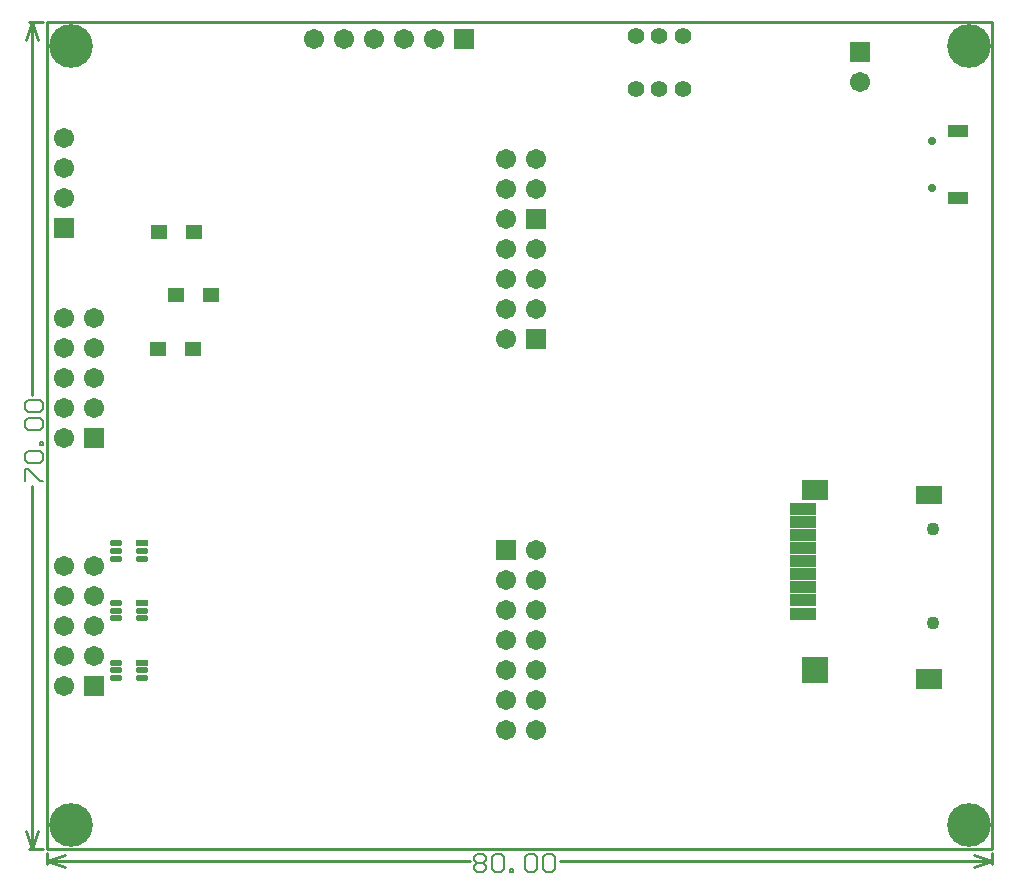
<source format=gbs>
G04*
G04 #@! TF.GenerationSoftware,Altium Limited,Altium Designer,18.1.9 (240)*
G04*
G04 Layer_Color=16711935*
%FSLAX24Y24*%
%MOIN*%
G70*
G01*
G75*
%ADD14C,0.0100*%
%ADD16C,0.0060*%
%ADD19C,0.0050*%
%ADD53O,0.0415X0.0218*%
%ADD54R,0.0415X0.0218*%
%ADD59R,0.0867X0.0867*%
%ADD74C,0.0671*%
%ADD75R,0.0671X0.0671*%
%ADD76R,0.0671X0.0671*%
%ADD77R,0.0671X0.0395*%
%ADD78C,0.0277*%
%ADD79C,0.0552*%
%ADD80C,0.0434*%
%ADD81C,0.1458*%
%ADD106R,0.0572X0.0474*%
%ADD107R,0.0867X0.0631*%
%ADD108R,0.0867X0.0671*%
%ADD109R,0.0867X0.0671*%
%ADD110R,0.0867X0.0395*%
%ADD111R,0.0867X0.0415*%
D14*
X31496Y0D02*
Y27559D01*
X0D02*
X31496D01*
X0Y0D02*
X31496D01*
X0D02*
Y27559D01*
X-700Y600D02*
X-500Y0D01*
X-300Y600D01*
X-500Y27559D02*
X-300Y26959D01*
X-700D02*
X-500Y27559D01*
Y0D02*
Y12110D01*
Y15129D02*
Y27559D01*
X-600Y0D02*
X-150D01*
X-600Y27559D02*
X-150D01*
X0Y-400D02*
X600Y-200D01*
X0Y-400D02*
X600Y-600D01*
X30896D02*
X31496Y-400D01*
X30896Y-200D02*
X31496Y-400D01*
X0D02*
X14078D01*
X17098D02*
X31496D01*
X0Y-500D02*
Y-150D01*
X31496Y-500D02*
Y-150D01*
D16*
X-740Y12270D02*
Y12670D01*
X-640D01*
X-240Y12270D01*
X-140D01*
X-640Y12870D02*
X-740Y12970D01*
Y13170D01*
X-640Y13270D01*
X-240D01*
X-140Y13170D01*
Y12970D01*
X-240Y12870D01*
X-640D01*
X-140Y13470D02*
X-240D01*
Y13570D01*
X-140D01*
Y13470D01*
X-640Y13969D02*
X-740Y14069D01*
Y14269D01*
X-640Y14369D01*
X-240D01*
X-140Y14269D01*
Y14069D01*
X-240Y13969D01*
X-640D01*
Y14569D02*
X-740Y14669D01*
Y14869D01*
X-640Y14969D01*
X-240D01*
X-140Y14869D01*
Y14669D01*
X-240Y14569D01*
X-640D01*
X14238Y-260D02*
X14338Y-160D01*
X14538D01*
X14638Y-260D01*
Y-360D01*
X14538Y-460D01*
X14638Y-560D01*
Y-660D01*
X14538Y-760D01*
X14338D01*
X14238Y-660D01*
Y-560D01*
X14338Y-460D01*
X14238Y-360D01*
Y-260D01*
X14338Y-460D02*
X14538D01*
X14838Y-260D02*
X14938Y-160D01*
X15138D01*
X15238Y-260D01*
Y-660D01*
X15138Y-760D01*
X14938D01*
X14838Y-660D01*
Y-260D01*
X15438Y-760D02*
Y-660D01*
X15538D01*
Y-760D01*
X15438D01*
X15938Y-260D02*
X16038Y-160D01*
X16238D01*
X16338Y-260D01*
Y-660D01*
X16238Y-760D01*
X16038D01*
X15938Y-660D01*
Y-260D01*
X16538D02*
X16638Y-160D01*
X16838D01*
X16938Y-260D01*
Y-660D01*
X16838Y-760D01*
X16638D01*
X16538Y-660D01*
Y-260D01*
D19*
X30564Y23834D02*
Y24014D01*
X30124Y23834D02*
Y24014D01*
Y23834D02*
X30564D01*
X30124Y24014D02*
X30564D01*
Y21610D02*
Y21790D01*
X30124Y21610D02*
Y21790D01*
Y21610D02*
X30564D01*
X30124Y21790D02*
X30564D01*
D53*
X3166Y5950D02*
D03*
Y5694D02*
D03*
X2300Y6206D02*
D03*
Y5950D02*
D03*
Y5694D02*
D03*
X3166Y7941D02*
D03*
Y7685D02*
D03*
X2300Y8197D02*
D03*
Y7941D02*
D03*
Y7685D02*
D03*
X3166Y9931D02*
D03*
Y9676D02*
D03*
X2300Y10187D02*
D03*
Y9931D02*
D03*
Y9676D02*
D03*
D54*
X3166Y6206D02*
D03*
Y8197D02*
D03*
Y10187D02*
D03*
D59*
X25594Y5958D02*
D03*
D74*
X8900Y27000D02*
D03*
X9900D02*
D03*
X10900D02*
D03*
X11900D02*
D03*
X12900D02*
D03*
X550Y5430D02*
D03*
X1550Y6430D02*
D03*
X550D02*
D03*
X1550Y7430D02*
D03*
X550D02*
D03*
X1550Y8430D02*
D03*
X550D02*
D03*
X1550Y9430D02*
D03*
X550D02*
D03*
Y13700D02*
D03*
X1550Y14700D02*
D03*
X550D02*
D03*
X1550Y15700D02*
D03*
X550D02*
D03*
X1550Y16700D02*
D03*
X550D02*
D03*
X1550Y17700D02*
D03*
X550D02*
D03*
X15300Y23000D02*
D03*
X16300D02*
D03*
X15300Y22000D02*
D03*
X16300D02*
D03*
X15300Y21000D02*
D03*
Y17000D02*
D03*
X16300Y18000D02*
D03*
X15300D02*
D03*
X16300Y19000D02*
D03*
X15300D02*
D03*
X16300Y20000D02*
D03*
X15300D02*
D03*
X16300Y3981D02*
D03*
X15300D02*
D03*
X16300Y4981D02*
D03*
X15300D02*
D03*
X16300Y5982D02*
D03*
X15300D02*
D03*
X16300Y6981D02*
D03*
X15300D02*
D03*
X16300Y7982D02*
D03*
X15300D02*
D03*
X16300Y8982D02*
D03*
X15300D02*
D03*
X16300Y9981D02*
D03*
X27100Y25550D02*
D03*
X550Y21700D02*
D03*
Y22700D02*
D03*
Y23700D02*
D03*
D75*
X13900Y27000D02*
D03*
D76*
X1550Y5430D02*
D03*
Y13700D02*
D03*
X16300Y21000D02*
D03*
Y17000D02*
D03*
X15300Y9981D02*
D03*
X27100Y26550D02*
D03*
X550Y20700D02*
D03*
D77*
X30350Y23924D02*
D03*
Y21700D02*
D03*
D78*
X29504Y22025D02*
D03*
Y23600D02*
D03*
D79*
X21187Y27100D02*
D03*
X20400D02*
D03*
X19613D02*
D03*
Y25328D02*
D03*
X20400D02*
D03*
X21187D02*
D03*
D80*
X29531Y7533D02*
D03*
X29531Y10683D02*
D03*
D81*
X787Y26763D02*
D03*
X30713D02*
D03*
Y787D02*
D03*
X787D02*
D03*
D106*
X4881Y20550D02*
D03*
X3719D02*
D03*
X5450Y18450D02*
D03*
X4289D02*
D03*
X3689Y16650D02*
D03*
X4850D02*
D03*
D107*
X29373Y11785D02*
D03*
D108*
Y5683D02*
D03*
D109*
X25594Y11962D02*
D03*
D110*
X25200Y10466D02*
D03*
Y10033D02*
D03*
X25200Y9167D02*
D03*
X25200Y8301D02*
D03*
X25200Y11332D02*
D03*
X25200Y10899D02*
D03*
X25200Y8734D02*
D03*
X25200Y9600D02*
D03*
D111*
X25200Y7848D02*
D03*
M02*

</source>
